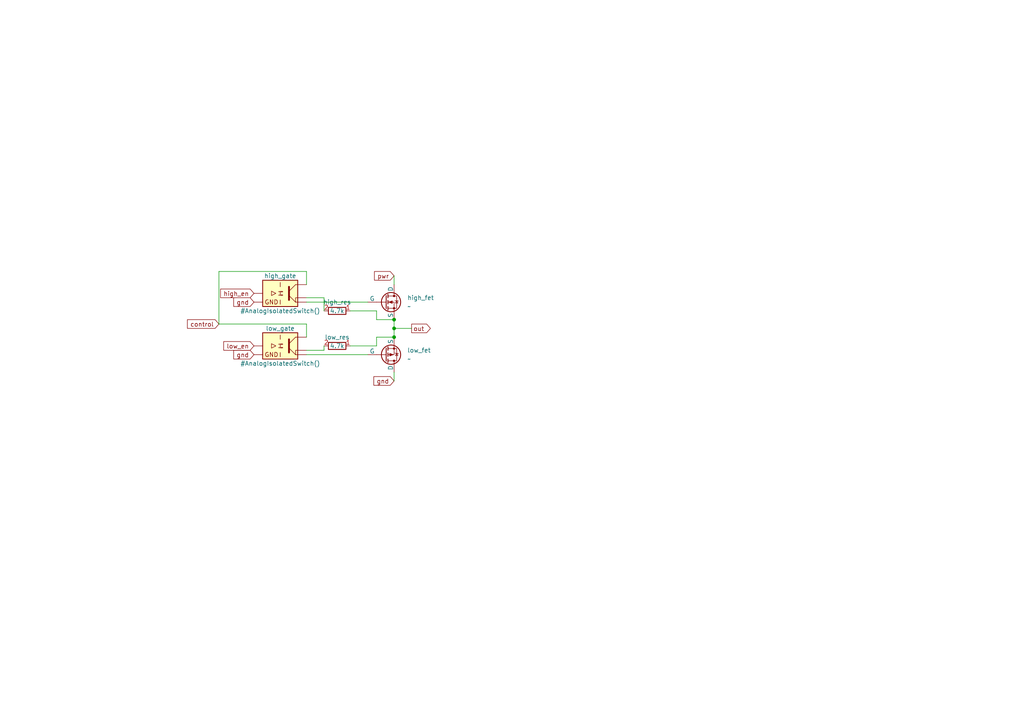
<source format=kicad_sch>
(kicad_sch (version 20211123) (generator eeschema)
  (paper "A4")
  (lib_symbols
    (symbol "Device:Q_NMOS_DGS" (pin_numbers hide) (pin_names (offset 0))
      (property "Reference" "Q" (at 5.08 1.27 0))
      (property "Value" "Q_NMOS_DGS" (at 5.08 -1.27 0))
      (symbol "Q_NMOS_DGS_0_1"
        (polyline (pts (xy 0.254 0) (xy -2.54 0)))
        (polyline (pts (xy 0.254 1.905) (xy 0.254 -1.905)) (stroke (width 0.254)))
        (polyline (pts (xy 0.762 -1.27) (xy 0.762 -2.286)) (stroke (width 0.254)))
        (polyline (pts (xy 0.762 0.508) (xy 0.762 -0.508)) (stroke (width 0.254)))
        (polyline (pts (xy 0.762 2.286) (xy 0.762 1.27)) (stroke (width 0.254)))
        (polyline (pts (xy 2.54 2.54) (xy 2.54 1.778)))
        (polyline (pts (xy 2.54 -2.54) (xy 2.54 0) (xy 0.762 0)))
        (polyline (pts (xy 0.762 -1.778) (xy 3.302 -1.778) (xy 3.302 1.778) (xy 0.762 1.778)))
        (polyline (pts (xy 1.016 0) (xy 2.032 0.381) (xy 2.032 -0.381) (xy 1.016 0)) (fill (type outline)))
        (polyline (pts (xy 2.794 0.508) (xy 2.921 0.381) (xy 3.683 0.381) (xy 3.81 0.254)))
        (polyline (pts (xy 3.302 0.381) (xy 2.921 -0.254) (xy 3.683 -0.254) (xy 3.302 0.381)))
        (circle (center 1.651 0) (radius 2.794) (stroke (width 0.254)))
        (circle (center 2.54 -1.778) (radius 0.254) (fill (type outline)))
        (circle (center 2.54 1.778) (radius 0.254) (fill (type outline)))
      )
      (symbol "Q_NMOS_DGS_1_1"
        (pin passive line (at 2.54 5.08 270) (length 2.54) (name "D") (number "1"))
        (pin input line (at -5.08 0 0) (length 2.54) (name "G") (number "2"))
        (pin passive line (at 2.54 -5.08 90) (length 2.54) (name "S") (number "3"))
      )
    )
    (symbol "Device:Q_PMOS_DGS" (pin_numbers hide) (pin_names (offset 0))
      (property "Reference" "Q" (at 5.08 1.27 0))
      (property "Value" "Q_PMOS_DGS" (at 5.08 -1.27 0))
      (symbol "Q_PMOS_DGS_0_1"
        (polyline (pts (xy 0.254 0) (xy -2.54 0)))
        (polyline (pts (xy 0.254 1.905) (xy 0.254 -1.905)) (stroke (width 0.254)))
        (polyline (pts (xy 0.762 -1.27) (xy 0.762 -2.286)) (stroke (width 0.254)))
        (polyline (pts (xy 0.762 0.508) (xy 0.762 -0.508)) (stroke (width 0.254)))
        (polyline (pts (xy 0.762 2.286) (xy 0.762 1.27)) (stroke (width 0.254)))
        (polyline (pts (xy 2.54 2.54) (xy 2.54 1.778)))
        (polyline (pts (xy 2.54 -2.54) (xy 2.54 0) (xy 0.762 0)))
        (polyline (pts (xy 0.762 1.778) (xy 3.302 1.778) (xy 3.302 -1.778) (xy 0.762 -1.778)))
        (polyline (pts (xy 2.286 0) (xy 1.27 0.381) (xy 1.27 -0.381) (xy 2.286 0)) (fill (type outline)))
        (polyline (pts (xy 2.794 -0.508) (xy 2.921 -0.381) (xy 3.683 -0.381) (xy 3.81 -0.254)))
        (polyline (pts (xy 3.302 -0.381) (xy 2.921 0.254) (xy 3.683 0.254) (xy 3.302 -0.381)))
        (circle (center 1.651 0) (radius 2.794) (stroke (width 0.254)))
        (circle (center 2.54 -1.778) (radius 0.254) (fill (type outline)))
        (circle (center 2.54 1.778) (radius 0.254) (fill (type outline)))
      )
      (symbol "Q_PMOS_DGS_1_1"
        (pin passive line (at 2.54 5.08 270) (length 2.54) (name "D") (number "1"))
        (pin input line (at -5.08 0 0) (length 2.54) (name "G") (number "2"))
        (pin passive line (at 2.54 -5.08 90) (length 2.54) (name "S") (number "3"))
      )
    )
    (symbol "Device:R" (pin_names (offset 0))
      (property "Reference" "R" (at 2.032 0 90))
      (property "Value" "R" (at 0 0 90))
      (symbol "R_0_1"
        (rectangle (start -1.016 -2.54) (end 1.016 2.54) (stroke (width 0.254)))
      )
      (symbol "R_1_1"
        (pin passive line (at 0 3.81 270) (length 1.27) (name "~") (number "1"))
        (pin passive line (at 0 -3.81 90) (length 1.27) (name "~") (number "2"))
      )
    )
    (symbol "R_1" (pin_names (offset 0))
      (property "Reference" "R" (at 2.032 0 90))
      (property "Value" "R_1" (at 0 0 90))
      (symbol "R_1_0_1"
        (rectangle (start -1.016 -2.54) (end 1.016 2.54) (stroke (width 0.254)))
      )
      (symbol "R_1_1_1"
        (pin passive line (at 0 3.81 270) (length 1.27) (name "~") (number "1"))
        (pin passive line (at 0 -3.81 90) (length 1.27) (name "~") (number "2"))
      )
    )
    (symbol "edg_importable:AnalogIsolatedSwitch" (pin_numbers hide) (pin_names hide)
      (property "Reference" "U" (at -5.08 5.08 0))
      (property "Value" "AnalogIsolatedSwitch" (at 0 5.08 0))
      (symbol "AnalogIsolatedSwitch_0_0"
        (text "GND" (at -2.54 -2.54 0) (effects (font (size 1.27 1.27))))
      )
      (symbol "AnalogIsolatedSwitch_0_1"
        (rectangle (start -5.08 3.81) (end 5.08 -3.81) (stroke (width 0.254)) (fill (type background)))
        (polyline (pts (xy 0 -1.905) (xy 0 -3.175)))
        (polyline (pts (xy 0 0.635) (xy 0 -0.635)))
        (polyline (pts (xy 0 3.175) (xy 0 1.905)))
        (polyline (pts (xy 2.54 0.635) (xy 4.445 2.54)))
        (polyline (pts (xy 4.445 -2.54) (xy 2.54 -0.635)) (fill (type outline)))
        (polyline (pts (xy 4.445 -2.54) (xy 5.08 -2.54)))
        (polyline (pts (xy 4.445 2.54) (xy 5.08 2.54)))
        (polyline (pts (xy 2.54 1.905) (xy 2.54 -1.905) (xy 2.54 -1.905)) (stroke (width 0.508)))
        (polyline (pts (xy 4.445 -2.54) (xy 4.445 -1.27) (xy 5.08 -1.27)))
        (polyline (pts (xy -2.54 0.635) (xy -2.54 -0.635) (xy -1.27 0) (xy -2.54 0.635)))
        (polyline (pts (xy -0.508 -0.508) (xy 0.762 -0.508) (xy 0.381 -0.635) (xy 0.381 -0.381) (xy 0.762 -0.508)))
        (polyline (pts (xy -0.508 0.508) (xy 0.762 0.508) (xy 0.381 0.381) (xy 0.381 0.635) (xy 0.762 0.508)))
      )
      (symbol "AnalogIsolatedSwitch_1_1"
        (pin passive line (at -7.62 0 0) (length 2.54) (name "in") (number "1"))
        (pin passive line (at -7.62 -2.54 0) (length 2.54) (name "gnd") (number "2"))
        (pin passive line (at 7.62 -2.54 180) (length 2.54) (name "aout") (number "3"))
        (pin passive line (at 7.62 2.54 180) (length 2.54) (name "ain") (number "4"))
        (pin passive line (at 7.62 -1.27 180) (length 2.54) (name "apull") (number "5"))
      )
    )
  )
  (junction (at 114.3 92.71))
  (junction (at 114.3 95.25))
  (junction (at 114.3 97.79))
  (wire (pts (xy 114.3 95.25) (xy 114.3 97.79)))
  (wire (pts (xy 114.3 110.49) (xy 114.3 107.95)))
  (wire (pts (xy 88.9 87.63) (xy 106.68 87.63)))
  (wire (pts (xy 88.9 93.98) (xy 88.9 97.79)))
  (wire (pts (xy 93.98 90.17) (xy 93.98 86.36)))
  (wire (pts (xy 63.5 78.74) (xy 88.9 78.74)))
  (wire (pts (xy 88.9 101.6) (xy 93.98 101.6)))
  (wire (pts (xy 109.22 97.79) (xy 114.3 97.79)))
  (wire (pts (xy 114.3 92.71) (xy 114.3 95.25)))
  (wire (pts (xy 109.22 100.33) (xy 109.22 97.79)))
  (wire (pts (xy 63.5 78.74) (xy 63.5 93.98)))
  (wire (pts (xy 114.3 95.25) (xy 119.38 95.25)))
  (wire (pts (xy 93.98 100.33) (xy 93.98 101.6)))
  (wire (pts (xy 101.6 90.17) (xy 109.22 90.17)))
  (wire (pts (xy 101.6 100.33) (xy 109.22 100.33)))
  (wire (pts (xy 63.5 93.98) (xy 88.9 93.98)))
  (wire (pts (xy 88.9 102.87) (xy 106.68 102.87)))
  (wire (pts (xy 109.22 90.17) (xy 109.22 92.71)))
  (wire (pts (xy 93.98 86.36) (xy 88.9 86.36)))
  (wire (pts (xy 88.9 78.74) (xy 88.9 82.55)))
  (wire (pts (xy 109.22 92.71) (xy 114.3 92.71)))
  (wire (pts (xy 114.3 80.01) (xy 114.3 82.55)))
  (global_label "gnd" (shape input) (at 73.66 87.63 180) (property "Intersheet References" "${INTERSHEET_REFS}" (effects hide)))
  (global_label "control" (shape input) (at 63.5 93.98 180) (property "Intersheet References" "${INTERSHEET_REFS}" (effects hide)))
  (global_label "gnd" (shape input) (at 73.66 102.87 180) (property "Intersheet References" "${INTERSHEET_REFS}" (effects hide)))
  (global_label "out" (shape output) (at 119.38 95.25 0) (property "Intersheet References" "${INTERSHEET_REFS}" (effects hide)))
  (global_label "gnd" (shape input) (at 114.3 110.49 180) (property "Intersheet References" "${INTERSHEET_REFS}" (effects hide)))
  (global_label "pwr" (shape input) (at 114.3 80.01 180) (property "Intersheet References" "${INTERSHEET_REFS}" (effects hide)))
  (global_label "high_en" (shape input) (at 73.66 85.09 180) (property "Intersheet References" "${INTERSHEET_REFS}" (effects hide)))
  (global_label "low_en" (shape input) (at 73.66 100.33 180) (property "Intersheet References" "${INTERSHEET_REFS}" (effects hide)))
  (symbol (lib_id "Device:R") (at 97.79 100.33 270) (unit 1)
    (property "Reference" "low_res" (at 97.79 97.79 90))
    (property "Value" "4.7k" (at 97.79 100.33 90))
  )
  (symbol (lib_id "Device:Q_PMOS_DGS") (at 111.76 102.87 0) (mirror x) (unit 1)
    (property "Reference" "low_fet" (at 118.11 101.6 0) (effects (justify left)))
    (property "Value" "~" (at 118.11 104.1399 0) (effects (justify left)))
  )
  (symbol (lib_name "R_1") (lib_id "Device:R") (at 97.79 90.17 270) (unit 1)
    (property "Reference" "high_res" (at 97.79 87.63 90))
    (property "Value" "4.7k" (at 97.79 90.17 90))
  )
  (symbol (lib_id "edg_importable:AnalogIsolatedSwitch") (at 81.28 85.09 0) (unit 1)
    (property "Reference" "high_gate" (at 81.28 80.01 0))
    (property "Value" "#AnalogIsolatedSwitch()" (at 81.28 90.17 0))
  )
  (symbol (lib_id "edg_importable:AnalogIsolatedSwitch") (at 81.28 100.33 0) (unit 1)
    (property "Reference" "low_gate" (at 81.28 95.25 0))
    (property "Value" "#AnalogIsolatedSwitch()" (at 81.28 105.41 0))
  )
  (symbol (lib_id "Device:Q_NMOS_DGS") (at 111.76 87.63 0) (unit 1)
    (property "Reference" "high_fet" (at 118.11 86.3599 0) (effects (justify left)))
    (property "Value" "~" (at 118.11 88.8999 0) (effects (justify left)))
  )
)
</source>
